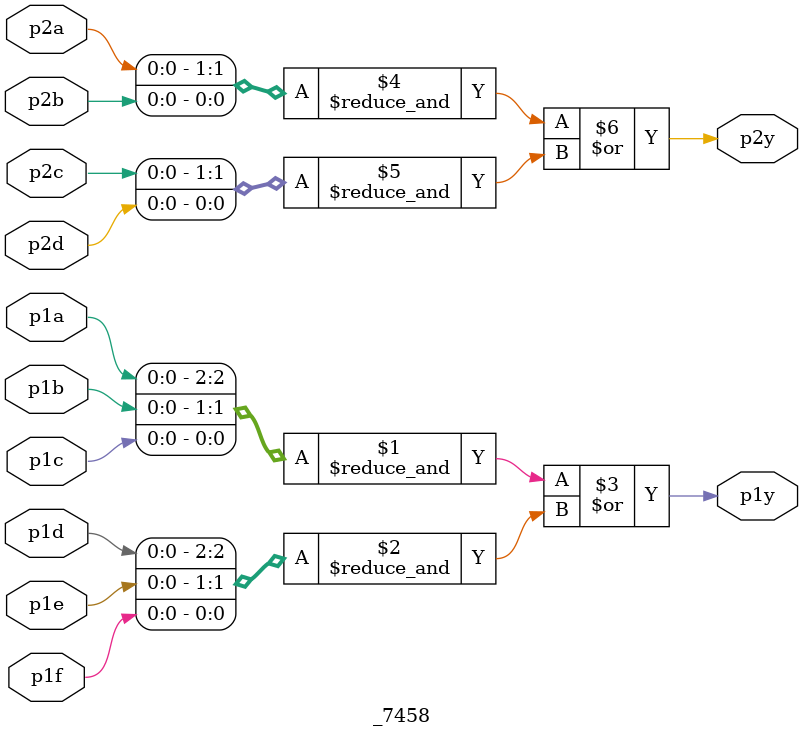
<source format=v>
module _7458(	// file.cleaned.mlir:2:3
  input  p1a,	// file.cleaned.mlir:2:23
         p1b,	// file.cleaned.mlir:2:37
         p1c,	// file.cleaned.mlir:2:51
         p1d,	// file.cleaned.mlir:2:65
         p1e,	// file.cleaned.mlir:2:79
         p1f,	// file.cleaned.mlir:2:93
         p2a,	// file.cleaned.mlir:2:107
         p2b,	// file.cleaned.mlir:2:121
         p2c,	// file.cleaned.mlir:2:135
         p2d,	// file.cleaned.mlir:2:149
  output p1y,	// file.cleaned.mlir:2:164
         p2y	// file.cleaned.mlir:2:178
);

  assign p1y = (&{p1a, p1b, p1c}) | (&{p1d, p1e, p1f});	// file.cleaned.mlir:5:10, :6:10, :7:10, :8:10, :9:10, :15:5
  assign p2y = (&{p2a, p2b}) | (&{p2c, p2d});	// file.cleaned.mlir:10:10, :11:10, :12:10, :13:10, :14:10, :15:5
endmodule


</source>
